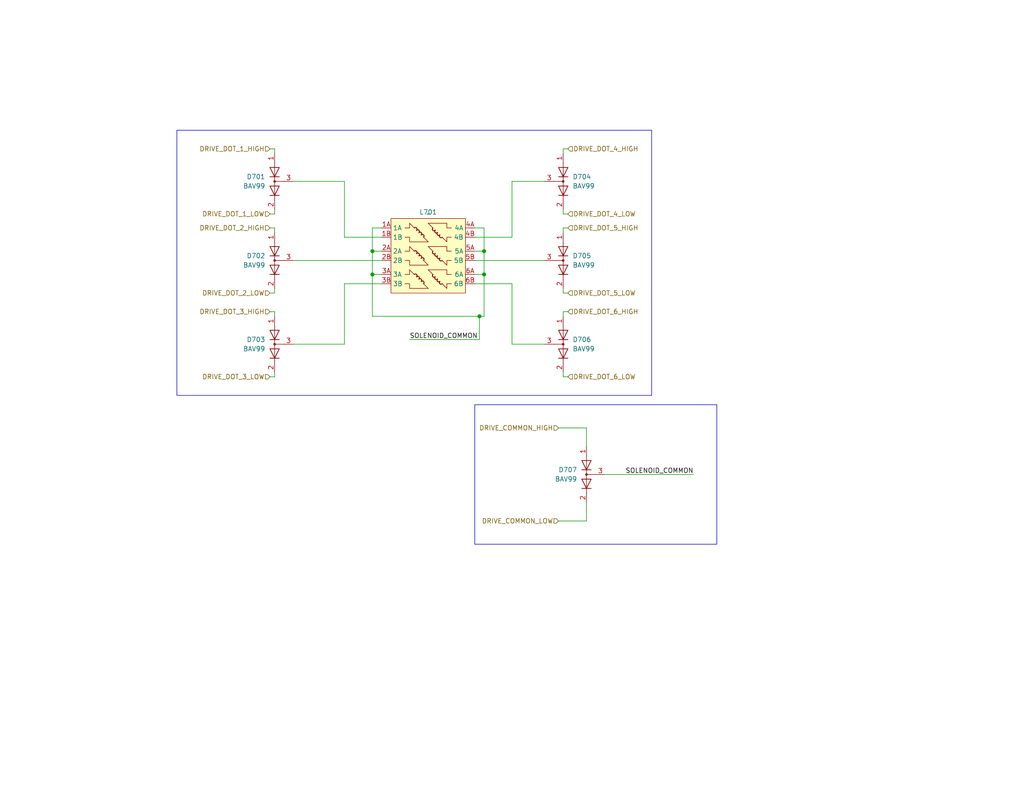
<source format=kicad_sch>
(kicad_sch (version 20231120) (generator "eeschema") (generator_version "8.0")
  (paper "USLetter")
  (title_block (date "2024-08-30") (rev "Rev 1"))
  (lib_symbols
    (symbol "Braille_Display_Symbol_Lib:Solenoid_Braille_Cell"
      (property "Reference" "L" (at 0 11.43 0))
      (symbol "Solenoid_Braille_Cell_0_1"
        (polyline (pts (xy -3.81 -5.08) (xy -5.08 -3.81)))
        (polyline (pts (xy -3.81 1.27) (xy -5.08 2.54)))
        (polyline (pts (xy -3.81 7.62) (xy -5.08 8.89)))
        (polyline (pts (xy 0 -8.89) (xy -1.27 -7.62)))
        (polyline (pts (xy 0 -3.81) (xy 1.27 -5.08)))
        (polyline (pts (xy 0 -2.54) (xy -1.27 -1.27)))
        (polyline (pts (xy 0 2.54) (xy 1.27 1.27)))
        (polyline (pts (xy 0 3.81) (xy -1.27 5.08)))
        (polyline (pts (xy 0 8.89) (xy 1.27 7.62)))
        (polyline (pts (xy 3.81 -7.62) (xy 5.08 -8.89)))
        (polyline (pts (xy 3.81 -1.27) (xy 5.08 -2.54)))
        (polyline (pts (xy 3.81 5.08) (xy 5.08 3.81)))
        (polyline (pts (xy -5.08 -3.81) (xy -5.08 -5.08) (xy -6.35 -5.08)))
        (polyline (pts (xy -5.08 2.54) (xy -5.08 1.27) (xy -6.35 1.27)))
        (polyline (pts (xy -5.08 8.89) (xy -5.08 7.62) (xy -6.35 7.62)))
        (polyline (pts (xy 5.08 -8.89) (xy 5.08 -7.62) (xy 6.35 -7.62)))
        (polyline (pts (xy 5.08 -2.54) (xy 5.08 -1.27) (xy 6.35 -1.27)))
        (polyline (pts (xy 5.08 3.81) (xy 5.08 5.08) (xy 6.35 5.08)))
        (polyline (pts (xy 0 -8.89) (xy -5.08 -8.89) (xy -5.08 -7.62) (xy -6.35 -7.62)))
        (polyline (pts (xy 0 -3.81) (xy 5.08 -3.81) (xy 5.08 -5.08) (xy 6.35 -5.08)))
        (polyline (pts (xy 0 -2.54) (xy -5.08 -2.54) (xy -5.08 -1.27) (xy -6.35 -1.27)))
        (polyline (pts (xy 0 2.54) (xy 5.08 2.54) (xy 5.08 1.27) (xy 6.35 1.27)))
        (polyline (pts (xy 0 3.81) (xy -5.08 3.81) (xy -5.08 5.08) (xy -6.35 5.08)))
        (polyline (pts (xy 0 8.89) (xy 5.08 8.89) (xy 5.08 7.62) (xy 6.35 7.62)))
      )
      (symbol "Solenoid_Braille_Cell_1_1"
        (rectangle (start -10.16 10.16) (end 10.16 -10.16) (fill (type background)))
        (arc (start -3.175 -5.715) (mid -3.1862 -5.0912) (end -3.81 -5.08) (stroke (width 0.254)))
        (arc (start -3.175 0.635) (mid -3.1862 1.2588) (end -3.81 1.27) (stroke (width 0.254)))
        (arc (start -3.175 6.985) (mid -3.1862 7.6088) (end -3.81 7.62) (stroke (width 0.254)))
        (arc (start -2.54 -6.35) (mid -2.5462 -5.7212) (end -3.175 -5.715) (stroke (width 0.254)))
        (arc (start -2.54 0) (mid -2.5462 0.6288) (end -3.175 0.635) (stroke (width 0.254)))
        (arc (start -2.54 6.35) (mid -2.5462 6.9788) (end -3.175 6.985) (stroke (width 0.254)))
        (arc (start -1.905 -6.985) (mid -1.9144 -6.3594) (end -2.54 -6.35) (stroke (width 0.254)))
        (arc (start -1.905 -0.635) (mid -1.9144 -0.0094) (end -2.54 0) (stroke (width 0.254)))
        (arc (start -1.905 5.715) (mid -1.9144 6.3406) (end -2.54 6.35) (stroke (width 0.254)))
        (arc (start -1.27 -7.62) (mid -1.2798 -6.9899) (end -1.905 -6.985) (stroke (width 0.254)))
        (arc (start -1.27 -1.27) (mid -1.2798 -0.6399) (end -1.905 -0.635) (stroke (width 0.254)))
        (arc (start -1.27 5.08) (mid -1.2798 5.7101) (end -1.905 5.715) (stroke (width 0.254)))
        (arc (start 1.27 -5.08) (mid 1.2798 -5.7101) (end 1.905 -5.715) (stroke (width 0.254)))
        (arc (start 1.27 1.27) (mid 1.2798 0.6399) (end 1.905 0.635) (stroke (width 0.254)))
        (arc (start 1.27 7.62) (mid 1.2798 6.9899) (end 1.905 6.985) (stroke (width 0.254)))
        (arc (start 1.905 -5.715) (mid 1.9144 -6.3406) (end 2.54 -6.35) (stroke (width 0.254)))
        (arc (start 1.905 0.635) (mid 1.9144 0.0094) (end 2.54 0) (stroke (width 0.254)))
        (arc (start 1.905 6.985) (mid 1.9144 6.3594) (end 2.54 6.35) (stroke (width 0.254)))
        (arc (start 2.54 -6.35) (mid 2.5462 -6.9788) (end 3.175 -6.985) (stroke (width 0.254)))
        (arc (start 2.54 0) (mid 2.5462 -0.6288) (end 3.175 -0.635) (stroke (width 0.254)))
        (arc (start 2.54 6.35) (mid 2.5462 5.7212) (end 3.175 5.715) (stroke (width 0.254)))
        (arc (start 3.175 -6.985) (mid 3.1862 -7.6088) (end 3.81 -7.62) (stroke (width 0.254)))
        (arc (start 3.175 -0.635) (mid 3.1862 -1.2588) (end 3.81 -1.27) (stroke (width 0.254)))
        (arc (start 3.175 5.715) (mid 3.1862 5.0912) (end 3.81 5.08) (stroke (width 0.254)))
        (pin input line (at -12.7 7.62 0) (length 2.54) (name "1A") (number "1A"))
        (pin input line (at -12.7 5.08 0) (length 2.54) (name "1B") (number "1B"))
        (pin input line (at -12.7 1.27 0) (length 2.54) (name "2A") (number "2A"))
        (pin input line (at -12.7 -1.27 0) (length 2.54) (name "2B") (number "2B"))
        (pin input line (at -12.7 -5.08 0) (length 2.54) (name "3A") (number "3A"))
        (pin input line (at -12.7 -7.62 0) (length 2.54) (name "3B") (number "3B"))
        (pin input line (at 12.7 7.62 180) (length 2.54) (name "4A") (number "4A"))
        (pin input line (at 12.7 5.08 180) (length 2.54) (name "4B") (number "4B"))
        (pin input line (at 12.7 1.27 180) (length 2.54) (name "5A") (number "5A"))
        (pin input line (at 12.7 -1.27 180) (length 2.54) (name "5B") (number "5B"))
        (pin input line (at 12.7 -5.08 180) (length 2.54) (name "6A") (number "6A"))
        (pin input line (at 12.7 -7.62 180) (length 2.54) (name "6B") (number "6B"))
      )
    )
    (symbol "Diode:BAV99" (pin_names hide)
      (property "Reference" "D" (at 0 5.08 0))
      (property "Value" "BAV99" (at 0 2.54 0))
      (symbol "BAV99_0_1"
        (polyline (pts (xy -5.08 0) (xy 5.08 0)))
      )
      (symbol "BAV99_1_1"
        (polyline (pts (xy 0 0) (xy 0 -2.54)))
        (polyline (pts (xy -1.27 -1.27) (xy -1.27 1.27) (xy -1.27 1.27)) (stroke (width 0.2032)))
        (polyline (pts (xy 3.81 1.27) (xy 3.81 -1.27) (xy 3.81 -1.27)) (stroke (width 0.2032)))
        (polyline (pts (xy -3.81 1.27) (xy -1.27 0) (xy -3.81 -1.27) (xy -3.81 1.27) (xy -3.81 1.27) (xy -3.81 1.27)) (stroke (width 0.2032)))
        (polyline (pts (xy 1.27 1.27) (xy 3.81 0) (xy 1.27 -1.27) (xy 1.27 1.27) (xy 1.27 1.27) (xy 1.27 1.27)) (stroke (width 0.2032)))
        (circle (center 0 0) (radius 0.254) (fill (type outline)))
        (pin passive line (at -7.62 0 0) (length 2.54) (name "K") (number "1"))
        (pin passive line (at 7.62 0 180) (length 2.54) (name "A") (number "2"))
        (pin passive line (at 0 -5.08 90) (length 2.54) (name "K") (number "3"))
      )
    )
  )
  (junction (at 101.6 74.93))
  (junction (at 101.6 68.58))
  (junction (at 130.81 86.36))
  (junction (at 132.08 68.58))
  (junction (at 132.08 74.93))
  (wire (pts (xy 101.6 68.58) (xy 104.14 68.58)))
  (wire (pts (xy 130.81 86.36) (xy 132.08 86.36)))
  (wire (pts (xy 129.54 68.58) (xy 132.08 68.58)))
  (wire (pts (xy 167.64 129.54) (xy 165.1 129.54)))
  (wire (pts (xy 73.66 58.42) (xy 74.93 58.42)) (stroke (width 0.1524)))
  (wire (pts (xy 189.23 129.54) (xy 167.64 129.54)) (stroke (width 0.1524)))
  (wire (pts (xy 148.59 49.53) (xy 139.7 49.53)))
  (wire (pts (xy 80.01 49.53) (xy 93.98 49.53)))
  (wire (pts (xy 93.98 77.47) (xy 93.98 93.98)))
  (wire (pts (xy 153.67 85.09) (xy 153.67 86.36)))
  (wire (pts (xy 160.02 137.16) (xy 160.02 139.7)))
  (wire (pts (xy 154.94 58.42) (xy 153.67 58.42)) (stroke (width 0.1524)))
  (wire (pts (xy 93.98 49.53) (xy 93.98 64.77)))
  (wire (pts (xy 160.02 142.24) (xy 152.4 142.24)) (stroke (width 0.1524)))
  (wire (pts (xy 154.94 40.64) (xy 153.67 40.64)))
  (wire (pts (xy 132.08 68.58) (xy 132.08 74.93)))
  (wire (pts (xy 74.93 57.15) (xy 74.93 58.42)))
  (wire (pts (xy 74.93 101.6) (xy 74.93 102.87)))
  (wire (pts (xy 129.54 62.23) (xy 132.08 62.23)))
  (wire (pts (xy 101.6 74.93) (xy 104.14 74.93)))
  (wire (pts (xy 154.94 62.23) (xy 153.67 62.23)))
  (wire (pts (xy 154.94 85.09) (xy 153.67 85.09)))
  (wire (pts (xy 104.14 77.47) (xy 93.98 77.47)))
  (wire (pts (xy 80.01 93.98) (xy 93.98 93.98)))
  (wire (pts (xy 80.01 71.12) (xy 104.14 71.12)))
  (wire (pts (xy 139.7 77.47) (xy 129.54 77.47)))
  (wire (pts (xy 104.14 64.77) (xy 93.98 64.77)))
  (wire (pts (xy 73.66 102.87) (xy 74.93 102.87)) (stroke (width 0.1524)))
  (wire (pts (xy 74.93 40.64) (xy 74.93 41.91)))
  (wire (pts (xy 73.66 40.64) (xy 74.93 40.64)))
  (wire (pts (xy 139.7 93.98) (xy 139.7 77.47)))
  (wire (pts (xy 154.94 80.01) (xy 153.67 80.01)) (stroke (width 0.1524)))
  (wire (pts (xy 153.67 57.15) (xy 153.67 58.42)))
  (wire (pts (xy 132.08 62.23) (xy 132.08 68.58)))
  (wire (pts (xy 73.66 62.23) (xy 74.93 62.23)))
  (wire (pts (xy 153.67 78.74) (xy 153.67 80.01)))
  (wire (pts (xy 160.02 142.24) (xy 160.02 139.7)) (stroke (width 0.1524)))
  (wire (pts (xy 139.7 64.77) (xy 129.54 64.77)))
  (wire (pts (xy 74.93 62.23) (xy 74.93 63.5)))
  (wire (pts (xy 129.54 71.12) (xy 148.59 71.12)))
  (wire (pts (xy 153.67 101.6) (xy 153.67 102.87)))
  (wire (pts (xy 111.76 92.71) (xy 130.81 92.71)))
  (wire (pts (xy 139.7 49.53) (xy 139.7 64.77)))
  (wire (pts (xy 101.6 62.23) (xy 101.6 68.58)))
  (wire (pts (xy 153.67 40.64) (xy 153.67 41.91)))
  (wire (pts (xy 130.81 92.71) (xy 130.81 86.36)))
  (wire (pts (xy 73.66 85.09) (xy 74.93 85.09)))
  (wire (pts (xy 74.93 85.09) (xy 74.93 86.36)))
  (wire (pts (xy 104.14 62.23) (xy 101.6 62.23)))
  (wire (pts (xy 101.6 74.93) (xy 101.6 86.36)))
  (wire (pts (xy 160.02 116.84) (xy 160.02 121.92)) (stroke (width 0.1524)))
  (wire (pts (xy 74.93 78.74) (xy 74.93 80.01)))
  (wire (pts (xy 101.6 86.36) (xy 130.81 86.36)))
  (wire (pts (xy 154.94 102.87) (xy 153.67 102.87)) (stroke (width 0.1524)))
  (wire (pts (xy 73.66 80.01) (xy 74.93 80.01)) (stroke (width 0.1524)))
  (wire (pts (xy 132.08 74.93) (xy 132.08 86.36)))
  (wire (pts (xy 148.59 93.98) (xy 139.7 93.98)))
  (wire (pts (xy 152.4 116.84) (xy 160.02 116.84)) (stroke (width 0.1524)))
  (wire (pts (xy 101.6 68.58) (xy 101.6 74.93)))
  (wire (pts (xy 153.67 62.23) (xy 153.67 63.5)))
  (wire (pts (xy 129.54 74.93) (xy 132.08 74.93)))
  (rectangle (start 48.26 35.56) (end 177.8 107.95))
  (rectangle (start 129.54 110.49) (end 195.58 148.59))
  (label "SOLENOID_COMMON" (at 111.76 92.71 0))
  (label "SOLENOID_COMMON" (at 189.23 129.54 180))
  (hierarchical_label "DRIVE_DOT_3_HIGH" (shape input) (at 73.66 85.09 180))
  (hierarchical_label "DRIVE_DOT_5_LOW" (shape input) (at 154.94 80.01 0))
  (hierarchical_label "DRIVE_DOT_2_HIGH" (shape input) (at 73.66 62.23 180))
  (hierarchical_label "DRIVE_DOT_6_HIGH" (shape input) (at 154.94 85.09 0))
  (hierarchical_label "DRIVE_DOT_2_LOW" (shape input) (at 73.66 80.01 180))
  (hierarchical_label "DRIVE_DOT_4_LOW" (shape input) (at 154.94 58.42 0))
  (hierarchical_label "DRIVE_COMMON_LOW" (shape input) (at 152.4 142.24 180))
  (hierarchical_label "DRIVE_COMMON_HIGH" (shape input) (at 152.4 116.84 180))
  (hierarchical_label "DRIVE_DOT_5_HIGH" (shape input) (at 154.94 62.23 0))
  (hierarchical_label "DRIVE_DOT_4_HIGH" (shape input) (at 154.94 40.64 0))
  (hierarchical_label "DRIVE_DOT_1_LOW" (shape input) (at 73.66 58.42 180))
  (hierarchical_label "DRIVE_DOT_1_HIGH" (shape input) (at 73.66 40.64 180))
  (hierarchical_label "DRIVE_DOT_6_LOW" (shape input) (at 154.94 102.87 0))
  (hierarchical_label "DRIVE_DOT_3_LOW" (shape input) (at 73.66 102.87 180))
  (symbol (lib_id "Diode:BAV99") (at 153.67 93.98 270) (unit 1)
    (property "Reference" "D706" (at 156.21 92.7099 90) (effects (justify left)))
    (property "Value" "BAV99" (at 156.21 95.2499 90) (effects (justify left)))
    (property "Footprint" "Braille_Display_Footprint_Lib:SOT-23_Handsoldering_EasyMode" (effects (hide yes)))
    (property "Datasheet" "https://assets.nexperia.com/documents/data-sheet/BAV99_SER.pdf" (effects (hide yes)))
    (property "Description" "BAV99 High-speed switching diodes, SOT-23" (effects (hide yes)))
    (instances (project "Braille Evaluation Board" (path "" (reference "D706") (unit 1)) (path "" (reference "D1106") (unit 1)) (path "" (reference "D1006") (unit 1)) (path "" (reference "D606") (unit 1)) (path "" (reference "D506") (unit 1)) (path "" (reference "D406") (unit 1)) (path "" (reference "D806") (unit 1)) (path "" (reference "D906") (unit 1))))
  )
  (symbol (lib_id "Diode:BAV99") (at 160.02 129.54 90) (mirror x) (unit 1)
    (property "Reference" "D707" (at 157.48 128.2699 90) (effects (justify left)))
    (property "Value" "BAV99" (at 157.48 130.8099 90) (effects (justify left)))
    (property "Footprint" "Braille_Display_Footprint_Lib:SOT-23_Handsoldering_EasyMode" (effects (hide yes)))
    (property "Datasheet" "https://assets.nexperia.com/documents/data-sheet/BAV99_SER.pdf" (effects (hide yes)))
    (property "Description" "BAV99 High-speed switching diodes, SOT-23" (effects (hide yes)))
    (instances (project "Braille Evaluation Board" (path "" (reference "D707") (unit 1)) (path "" (reference "D1107") (unit 1)) (path "" (reference "D1007") (unit 1)) (path "" (reference "D607") (unit 1)) (path "" (reference "D507") (unit 1)) (path "" (reference "D407") (unit 1)) (path "" (reference "D807") (unit 1)) (path "" (reference "D907") (unit 1))))
  )
  (symbol (lib_id "Diode:BAV99") (at 74.93 49.53 90) (mirror x) (unit 1)
    (property "Reference" "D701" (at 72.39 48.2599 90) (effects (justify left)))
    (property "Value" "BAV99" (at 72.39 50.7999 90) (effects (justify left)))
    (property "Footprint" "Braille_Display_Footprint_Lib:SOT-23_Handsoldering_EasyMode" (effects (hide yes)))
    (property "Datasheet" "https://assets.nexperia.com/documents/data-sheet/BAV99_SER.pdf" (effects (hide yes)))
    (property "Description" "BAV99 High-speed switching diodes, SOT-23" (effects (hide yes)))
    (instances (project "Braille Evaluation Board" (path "" (reference "D701") (unit 1)) (path "" (reference "D1101") (unit 1)) (path "" (reference "D1001") (unit 1)) (path "" (reference "D601") (unit 1)) (path "" (reference "D501") (unit 1)) (path "" (reference "D401") (unit 1)) (path "" (reference "D801") (unit 1)) (path "" (reference "D901") (unit 1))))
  )
  (symbol (lib_id "Diode:BAV99") (at 74.93 93.98 90) (mirror x) (unit 1)
    (property "Reference" "D703" (at 72.39 92.7099 90) (effects (justify left)))
    (property "Value" "BAV99" (at 72.39 95.2499 90) (effects (justify left)))
    (property "Footprint" "Braille_Display_Footprint_Lib:SOT-23_Handsoldering_EasyMode" (effects (hide yes)))
    (property "Datasheet" "https://assets.nexperia.com/documents/data-sheet/BAV99_SER.pdf" (effects (hide yes)))
    (property "Description" "BAV99 High-speed switching diodes, SOT-23" (effects (hide yes)))
    (instances (project "Braille Evaluation Board" (path "" (reference "D703") (unit 1)) (path "" (reference "D1103") (unit 1)) (path "" (reference "D1003") (unit 1)) (path "" (reference "D603") (unit 1)) (path "" (reference "D503") (unit 1)) (path "" (reference "D403") (unit 1)) (path "" (reference "D803") (unit 1)) (path "" (reference "D903") (unit 1))))
  )
  (symbol (lib_id "Braille_Display_Symbol_Lib:Solenoid_Braille_Cell") (at 116.84 69.85 0) (unit 1)
    (property "Reference" "L701" (at 116.84 57.912 0))
    (property "Value" "~" (at 116.84 58.42 0))
    (property "Footprint" "Braille_Display_Footprint_Lib:Solenoid_Braille_Cell" (effects (hide yes)))
    (instances (project "" (path "" (reference "L701") (unit 1)) (path "" (reference "L1101") (unit 1)) (path "" (reference "L1001") (unit 1)) (path "" (reference "L601") (unit 1)) (path "" (reference "L501") (unit 1)) (path "" (reference "L401") (unit 1)) (path "" (reference "L801") (unit 1)) (path "" (reference "L901") (unit 1))))
  )
  (symbol (lib_id "Diode:BAV99") (at 74.93 71.12 90) (mirror x) (unit 1)
    (property "Reference" "D702" (at 72.39 69.8499 90) (effects (justify left)))
    (property "Value" "BAV99" (at 72.39 72.3899 90) (effects (justify left)))
    (property "Footprint" "Braille_Display_Footprint_Lib:SOT-23_Handsoldering_EasyMode" (effects (hide yes)))
    (property "Datasheet" "https://assets.nexperia.com/documents/data-sheet/BAV99_SER.pdf" (effects (hide yes)))
    (property "Description" "BAV99 High-speed switching diodes, SOT-23" (effects (hide yes)))
    (instances (project "Braille Evaluation Board" (path "" (reference "D702") (unit 1)) (path "" (reference "D1102") (unit 1)) (path "" (reference "D1002") (unit 1)) (path "" (reference "D602") (unit 1)) (path "" (reference "D502") (unit 1)) (path "" (reference "D402") (unit 1)) (path "" (reference "D802") (unit 1)) (path "" (reference "D902") (unit 1))))
  )
  (symbol (lib_id "Diode:BAV99") (at 153.67 49.53 270) (unit 1)
    (property "Reference" "D704" (at 156.21 48.2599 90) (effects (justify left)))
    (property "Value" "BAV99" (at 156.21 50.7999 90) (effects (justify left)))
    (property "Footprint" "Braille_Display_Footprint_Lib:SOT-23_Handsoldering_EasyMode" (effects (hide yes)))
    (property "Datasheet" "https://assets.nexperia.com/documents/data-sheet/BAV99_SER.pdf" (effects (hide yes)))
    (property "Description" "BAV99 High-speed switching diodes, SOT-23" (effects (hide yes)))
    (instances (project "Braille Evaluation Board" (path "" (reference "D704") (unit 1)) (path "" (reference "D1104") (unit 1)) (path "" (reference "D1004") (unit 1)) (path "" (reference "D604") (unit 1)) (path "" (reference "D504") (unit 1)) (path "" (reference "D404") (unit 1)) (path "" (reference "D804") (unit 1)) (path "" (reference "D904") (unit 1))))
  )
  (symbol (lib_id "Diode:BAV99") (at 153.67 71.12 270) (unit 1)
    (property "Reference" "D705" (at 156.21 69.8499 90) (effects (justify left)))
    (property "Value" "BAV99" (at 156.21 72.3899 90) (effects (justify left)))
    (property "Footprint" "Braille_Display_Footprint_Lib:SOT-23_Handsoldering_EasyMode" (effects (hide yes)))
    (property "Datasheet" "https://assets.nexperia.com/documents/data-sheet/BAV99_SER.pdf" (effects (hide yes)))
    (property "Description" "BAV99 High-speed switching diodes, SOT-23" (effects (hide yes)))
    (instances (project "Braille Evaluation Board" (path "" (reference "D705") (unit 1)) (path "" (reference "D1105") (unit 1)) (path "" (reference "D1005") (unit 1)) (path "" (reference "D605") (unit 1)) (path "" (reference "D505") (unit 1)) (path "" (reference "D405") (unit 1)) (path "" (reference "D805") (unit 1)) (path "" (reference "D905") (unit 1))))
  )
)
</source>
